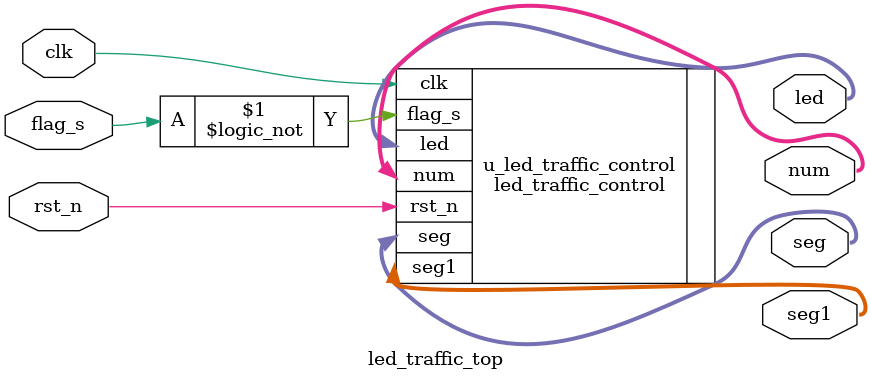
<source format=v>
module led_traffic_top (
    input wire clk,
    input wire rst_n,
    input wire flag_s,

    output wire [23:0] num,
    output wire [5:0] led,
    // output wire [5:0] sel,
    output wire [7:0] seg ,
    output wire [7:0] seg1
);

    led_traffic_control u_led_traffic_control(
        .clk    ( clk    ),
        .rst_n  ( rst_n  ),
        .flag_s ( !flag_s ),
        .num    ( num    ),
        .led    ( led    ),
        .seg    ( seg    ),
        .seg1   ( seg1   )
    );

endmodule
</source>
